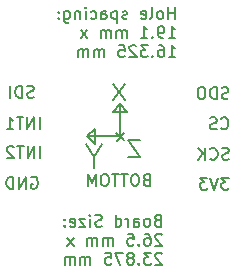
<source format=gbr>
%TF.GenerationSoftware,KiCad,Pcbnew,9.0.2*%
%TF.CreationDate,2025-06-11T13:19:55-07:00*%
%TF.ProjectId,IMU_Breakout,494d555f-4272-4656-916b-6f75742e6b69,0.1*%
%TF.SameCoordinates,Original*%
%TF.FileFunction,Legend,Bot*%
%TF.FilePolarity,Positive*%
%FSLAX46Y46*%
G04 Gerber Fmt 4.6, Leading zero omitted, Abs format (unit mm)*
G04 Created by KiCad (PCBNEW 9.0.2) date 2025-06-11 13:19:55*
%MOMM*%
%LPD*%
G01*
G04 APERTURE LIST*
%ADD10C,0.150000*%
G04 APERTURE END LIST*
D10*
X232529887Y-127946009D02*
X232387030Y-127993628D01*
X232387030Y-127993628D02*
X232339411Y-128041247D01*
X232339411Y-128041247D02*
X232291792Y-128136485D01*
X232291792Y-128136485D02*
X232291792Y-128279342D01*
X232291792Y-128279342D02*
X232339411Y-128374580D01*
X232339411Y-128374580D02*
X232387030Y-128422200D01*
X232387030Y-128422200D02*
X232482268Y-128469819D01*
X232482268Y-128469819D02*
X232863220Y-128469819D01*
X232863220Y-128469819D02*
X232863220Y-127469819D01*
X232863220Y-127469819D02*
X232529887Y-127469819D01*
X232529887Y-127469819D02*
X232434649Y-127517438D01*
X232434649Y-127517438D02*
X232387030Y-127565057D01*
X232387030Y-127565057D02*
X232339411Y-127660295D01*
X232339411Y-127660295D02*
X232339411Y-127755533D01*
X232339411Y-127755533D02*
X232387030Y-127850771D01*
X232387030Y-127850771D02*
X232434649Y-127898390D01*
X232434649Y-127898390D02*
X232529887Y-127946009D01*
X232529887Y-127946009D02*
X232863220Y-127946009D01*
X231672744Y-127469819D02*
X231482268Y-127469819D01*
X231482268Y-127469819D02*
X231387030Y-127517438D01*
X231387030Y-127517438D02*
X231291792Y-127612676D01*
X231291792Y-127612676D02*
X231244173Y-127803152D01*
X231244173Y-127803152D02*
X231244173Y-128136485D01*
X231244173Y-128136485D02*
X231291792Y-128326961D01*
X231291792Y-128326961D02*
X231387030Y-128422200D01*
X231387030Y-128422200D02*
X231482268Y-128469819D01*
X231482268Y-128469819D02*
X231672744Y-128469819D01*
X231672744Y-128469819D02*
X231767982Y-128422200D01*
X231767982Y-128422200D02*
X231863220Y-128326961D01*
X231863220Y-128326961D02*
X231910839Y-128136485D01*
X231910839Y-128136485D02*
X231910839Y-127803152D01*
X231910839Y-127803152D02*
X231863220Y-127612676D01*
X231863220Y-127612676D02*
X231767982Y-127517438D01*
X231767982Y-127517438D02*
X231672744Y-127469819D01*
X230958458Y-127469819D02*
X230387030Y-127469819D01*
X230672744Y-128469819D02*
X230672744Y-127469819D01*
X230196553Y-127469819D02*
X229625125Y-127469819D01*
X229910839Y-128469819D02*
X229910839Y-127469819D01*
X229101315Y-127469819D02*
X228910839Y-127469819D01*
X228910839Y-127469819D02*
X228815601Y-127517438D01*
X228815601Y-127517438D02*
X228720363Y-127612676D01*
X228720363Y-127612676D02*
X228672744Y-127803152D01*
X228672744Y-127803152D02*
X228672744Y-128136485D01*
X228672744Y-128136485D02*
X228720363Y-128326961D01*
X228720363Y-128326961D02*
X228815601Y-128422200D01*
X228815601Y-128422200D02*
X228910839Y-128469819D01*
X228910839Y-128469819D02*
X229101315Y-128469819D01*
X229101315Y-128469819D02*
X229196553Y-128422200D01*
X229196553Y-128422200D02*
X229291791Y-128326961D01*
X229291791Y-128326961D02*
X229339410Y-128136485D01*
X229339410Y-128136485D02*
X229339410Y-127803152D01*
X229339410Y-127803152D02*
X229291791Y-127612676D01*
X229291791Y-127612676D02*
X229196553Y-127517438D01*
X229196553Y-127517438D02*
X229101315Y-127469819D01*
X228244172Y-128469819D02*
X228244172Y-127469819D01*
X228244172Y-127469819D02*
X227910839Y-128184104D01*
X227910839Y-128184104D02*
X227577506Y-127469819D01*
X227577506Y-127469819D02*
X227577506Y-128469819D01*
X228210000Y-123680000D02*
X227510000Y-124280000D01*
X229710000Y-122240000D02*
X230910000Y-122240000D01*
X230310000Y-121540000D02*
X230310000Y-124340000D01*
X229710000Y-122240000D02*
X230310000Y-121540000D01*
X228210000Y-124880000D02*
X227510000Y-124280000D01*
X228210000Y-124880000D02*
X228210000Y-123680000D01*
X227510000Y-124280000D02*
X230310000Y-124280000D01*
X230910000Y-122240000D02*
X230310000Y-121540000D01*
X230610000Y-124620000D02*
X230000000Y-123980000D01*
X230030000Y-124650000D02*
X230630000Y-123960000D01*
X239510839Y-126197200D02*
X239367982Y-126244819D01*
X239367982Y-126244819D02*
X239129887Y-126244819D01*
X239129887Y-126244819D02*
X239034649Y-126197200D01*
X239034649Y-126197200D02*
X238987030Y-126149580D01*
X238987030Y-126149580D02*
X238939411Y-126054342D01*
X238939411Y-126054342D02*
X238939411Y-125959104D01*
X238939411Y-125959104D02*
X238987030Y-125863866D01*
X238987030Y-125863866D02*
X239034649Y-125816247D01*
X239034649Y-125816247D02*
X239129887Y-125768628D01*
X239129887Y-125768628D02*
X239320363Y-125721009D01*
X239320363Y-125721009D02*
X239415601Y-125673390D01*
X239415601Y-125673390D02*
X239463220Y-125625771D01*
X239463220Y-125625771D02*
X239510839Y-125530533D01*
X239510839Y-125530533D02*
X239510839Y-125435295D01*
X239510839Y-125435295D02*
X239463220Y-125340057D01*
X239463220Y-125340057D02*
X239415601Y-125292438D01*
X239415601Y-125292438D02*
X239320363Y-125244819D01*
X239320363Y-125244819D02*
X239082268Y-125244819D01*
X239082268Y-125244819D02*
X238939411Y-125292438D01*
X237939411Y-126149580D02*
X237987030Y-126197200D01*
X237987030Y-126197200D02*
X238129887Y-126244819D01*
X238129887Y-126244819D02*
X238225125Y-126244819D01*
X238225125Y-126244819D02*
X238367982Y-126197200D01*
X238367982Y-126197200D02*
X238463220Y-126101961D01*
X238463220Y-126101961D02*
X238510839Y-126006723D01*
X238510839Y-126006723D02*
X238558458Y-125816247D01*
X238558458Y-125816247D02*
X238558458Y-125673390D01*
X238558458Y-125673390D02*
X238510839Y-125482914D01*
X238510839Y-125482914D02*
X238463220Y-125387676D01*
X238463220Y-125387676D02*
X238367982Y-125292438D01*
X238367982Y-125292438D02*
X238225125Y-125244819D01*
X238225125Y-125244819D02*
X238129887Y-125244819D01*
X238129887Y-125244819D02*
X237987030Y-125292438D01*
X237987030Y-125292438D02*
X237939411Y-125340057D01*
X237510839Y-126244819D02*
X237510839Y-125244819D01*
X236939411Y-126244819D02*
X237367982Y-125673390D01*
X236939411Y-125244819D02*
X237510839Y-125816247D01*
X239485839Y-121047200D02*
X239342982Y-121094819D01*
X239342982Y-121094819D02*
X239104887Y-121094819D01*
X239104887Y-121094819D02*
X239009649Y-121047200D01*
X239009649Y-121047200D02*
X238962030Y-120999580D01*
X238962030Y-120999580D02*
X238914411Y-120904342D01*
X238914411Y-120904342D02*
X238914411Y-120809104D01*
X238914411Y-120809104D02*
X238962030Y-120713866D01*
X238962030Y-120713866D02*
X239009649Y-120666247D01*
X239009649Y-120666247D02*
X239104887Y-120618628D01*
X239104887Y-120618628D02*
X239295363Y-120571009D01*
X239295363Y-120571009D02*
X239390601Y-120523390D01*
X239390601Y-120523390D02*
X239438220Y-120475771D01*
X239438220Y-120475771D02*
X239485839Y-120380533D01*
X239485839Y-120380533D02*
X239485839Y-120285295D01*
X239485839Y-120285295D02*
X239438220Y-120190057D01*
X239438220Y-120190057D02*
X239390601Y-120142438D01*
X239390601Y-120142438D02*
X239295363Y-120094819D01*
X239295363Y-120094819D02*
X239057268Y-120094819D01*
X239057268Y-120094819D02*
X238914411Y-120142438D01*
X238485839Y-121094819D02*
X238485839Y-120094819D01*
X238485839Y-120094819D02*
X238247744Y-120094819D01*
X238247744Y-120094819D02*
X238104887Y-120142438D01*
X238104887Y-120142438D02*
X238009649Y-120237676D01*
X238009649Y-120237676D02*
X237962030Y-120332914D01*
X237962030Y-120332914D02*
X237914411Y-120523390D01*
X237914411Y-120523390D02*
X237914411Y-120666247D01*
X237914411Y-120666247D02*
X237962030Y-120856723D01*
X237962030Y-120856723D02*
X238009649Y-120951961D01*
X238009649Y-120951961D02*
X238104887Y-121047200D01*
X238104887Y-121047200D02*
X238247744Y-121094819D01*
X238247744Y-121094819D02*
X238485839Y-121094819D01*
X237295363Y-120094819D02*
X237104887Y-120094819D01*
X237104887Y-120094819D02*
X237009649Y-120142438D01*
X237009649Y-120142438D02*
X236914411Y-120237676D01*
X236914411Y-120237676D02*
X236866792Y-120428152D01*
X236866792Y-120428152D02*
X236866792Y-120761485D01*
X236866792Y-120761485D02*
X236914411Y-120951961D01*
X236914411Y-120951961D02*
X237009649Y-121047200D01*
X237009649Y-121047200D02*
X237104887Y-121094819D01*
X237104887Y-121094819D02*
X237295363Y-121094819D01*
X237295363Y-121094819D02*
X237390601Y-121047200D01*
X237390601Y-121047200D02*
X237485839Y-120951961D01*
X237485839Y-120951961D02*
X237533458Y-120761485D01*
X237533458Y-120761485D02*
X237533458Y-120428152D01*
X237533458Y-120428152D02*
X237485839Y-120237676D01*
X237485839Y-120237676D02*
X237390601Y-120142438D01*
X237390601Y-120142438D02*
X237295363Y-120094819D01*
X238866792Y-123574580D02*
X238914411Y-123622200D01*
X238914411Y-123622200D02*
X239057268Y-123669819D01*
X239057268Y-123669819D02*
X239152506Y-123669819D01*
X239152506Y-123669819D02*
X239295363Y-123622200D01*
X239295363Y-123622200D02*
X239390601Y-123526961D01*
X239390601Y-123526961D02*
X239438220Y-123431723D01*
X239438220Y-123431723D02*
X239485839Y-123241247D01*
X239485839Y-123241247D02*
X239485839Y-123098390D01*
X239485839Y-123098390D02*
X239438220Y-122907914D01*
X239438220Y-122907914D02*
X239390601Y-122812676D01*
X239390601Y-122812676D02*
X239295363Y-122717438D01*
X239295363Y-122717438D02*
X239152506Y-122669819D01*
X239152506Y-122669819D02*
X239057268Y-122669819D01*
X239057268Y-122669819D02*
X238914411Y-122717438D01*
X238914411Y-122717438D02*
X238866792Y-122765057D01*
X238485839Y-123622200D02*
X238342982Y-123669819D01*
X238342982Y-123669819D02*
X238104887Y-123669819D01*
X238104887Y-123669819D02*
X238009649Y-123622200D01*
X238009649Y-123622200D02*
X237962030Y-123574580D01*
X237962030Y-123574580D02*
X237914411Y-123479342D01*
X237914411Y-123479342D02*
X237914411Y-123384104D01*
X237914411Y-123384104D02*
X237962030Y-123288866D01*
X237962030Y-123288866D02*
X238009649Y-123241247D01*
X238009649Y-123241247D02*
X238104887Y-123193628D01*
X238104887Y-123193628D02*
X238295363Y-123146009D01*
X238295363Y-123146009D02*
X238390601Y-123098390D01*
X238390601Y-123098390D02*
X238438220Y-123050771D01*
X238438220Y-123050771D02*
X238485839Y-122955533D01*
X238485839Y-122955533D02*
X238485839Y-122860295D01*
X238485839Y-122860295D02*
X238438220Y-122765057D01*
X238438220Y-122765057D02*
X238390601Y-122717438D01*
X238390601Y-122717438D02*
X238295363Y-122669819D01*
X238295363Y-122669819D02*
X238057268Y-122669819D01*
X238057268Y-122669819D02*
X237914411Y-122717438D01*
X234953220Y-114319931D02*
X234953220Y-113319931D01*
X234953220Y-113796121D02*
X234381792Y-113796121D01*
X234381792Y-114319931D02*
X234381792Y-113319931D01*
X233762744Y-114319931D02*
X233857982Y-114272312D01*
X233857982Y-114272312D02*
X233905601Y-114224692D01*
X233905601Y-114224692D02*
X233953220Y-114129454D01*
X233953220Y-114129454D02*
X233953220Y-113843740D01*
X233953220Y-113843740D02*
X233905601Y-113748502D01*
X233905601Y-113748502D02*
X233857982Y-113700883D01*
X233857982Y-113700883D02*
X233762744Y-113653264D01*
X233762744Y-113653264D02*
X233619887Y-113653264D01*
X233619887Y-113653264D02*
X233524649Y-113700883D01*
X233524649Y-113700883D02*
X233477030Y-113748502D01*
X233477030Y-113748502D02*
X233429411Y-113843740D01*
X233429411Y-113843740D02*
X233429411Y-114129454D01*
X233429411Y-114129454D02*
X233477030Y-114224692D01*
X233477030Y-114224692D02*
X233524649Y-114272312D01*
X233524649Y-114272312D02*
X233619887Y-114319931D01*
X233619887Y-114319931D02*
X233762744Y-114319931D01*
X232857982Y-114319931D02*
X232953220Y-114272312D01*
X232953220Y-114272312D02*
X233000839Y-114177073D01*
X233000839Y-114177073D02*
X233000839Y-113319931D01*
X232096077Y-114272312D02*
X232191315Y-114319931D01*
X232191315Y-114319931D02*
X232381791Y-114319931D01*
X232381791Y-114319931D02*
X232477029Y-114272312D01*
X232477029Y-114272312D02*
X232524648Y-114177073D01*
X232524648Y-114177073D02*
X232524648Y-113796121D01*
X232524648Y-113796121D02*
X232477029Y-113700883D01*
X232477029Y-113700883D02*
X232381791Y-113653264D01*
X232381791Y-113653264D02*
X232191315Y-113653264D01*
X232191315Y-113653264D02*
X232096077Y-113700883D01*
X232096077Y-113700883D02*
X232048458Y-113796121D01*
X232048458Y-113796121D02*
X232048458Y-113891359D01*
X232048458Y-113891359D02*
X232524648Y-113986597D01*
X230905600Y-114272312D02*
X230810362Y-114319931D01*
X230810362Y-114319931D02*
X230619886Y-114319931D01*
X230619886Y-114319931D02*
X230524648Y-114272312D01*
X230524648Y-114272312D02*
X230477029Y-114177073D01*
X230477029Y-114177073D02*
X230477029Y-114129454D01*
X230477029Y-114129454D02*
X230524648Y-114034216D01*
X230524648Y-114034216D02*
X230619886Y-113986597D01*
X230619886Y-113986597D02*
X230762743Y-113986597D01*
X230762743Y-113986597D02*
X230857981Y-113938978D01*
X230857981Y-113938978D02*
X230905600Y-113843740D01*
X230905600Y-113843740D02*
X230905600Y-113796121D01*
X230905600Y-113796121D02*
X230857981Y-113700883D01*
X230857981Y-113700883D02*
X230762743Y-113653264D01*
X230762743Y-113653264D02*
X230619886Y-113653264D01*
X230619886Y-113653264D02*
X230524648Y-113700883D01*
X230048457Y-113653264D02*
X230048457Y-114653264D01*
X230048457Y-113700883D02*
X229953219Y-113653264D01*
X229953219Y-113653264D02*
X229762743Y-113653264D01*
X229762743Y-113653264D02*
X229667505Y-113700883D01*
X229667505Y-113700883D02*
X229619886Y-113748502D01*
X229619886Y-113748502D02*
X229572267Y-113843740D01*
X229572267Y-113843740D02*
X229572267Y-114129454D01*
X229572267Y-114129454D02*
X229619886Y-114224692D01*
X229619886Y-114224692D02*
X229667505Y-114272312D01*
X229667505Y-114272312D02*
X229762743Y-114319931D01*
X229762743Y-114319931D02*
X229953219Y-114319931D01*
X229953219Y-114319931D02*
X230048457Y-114272312D01*
X228715124Y-114319931D02*
X228715124Y-113796121D01*
X228715124Y-113796121D02*
X228762743Y-113700883D01*
X228762743Y-113700883D02*
X228857981Y-113653264D01*
X228857981Y-113653264D02*
X229048457Y-113653264D01*
X229048457Y-113653264D02*
X229143695Y-113700883D01*
X228715124Y-114272312D02*
X228810362Y-114319931D01*
X228810362Y-114319931D02*
X229048457Y-114319931D01*
X229048457Y-114319931D02*
X229143695Y-114272312D01*
X229143695Y-114272312D02*
X229191314Y-114177073D01*
X229191314Y-114177073D02*
X229191314Y-114081835D01*
X229191314Y-114081835D02*
X229143695Y-113986597D01*
X229143695Y-113986597D02*
X229048457Y-113938978D01*
X229048457Y-113938978D02*
X228810362Y-113938978D01*
X228810362Y-113938978D02*
X228715124Y-113891359D01*
X227810362Y-114272312D02*
X227905600Y-114319931D01*
X227905600Y-114319931D02*
X228096076Y-114319931D01*
X228096076Y-114319931D02*
X228191314Y-114272312D01*
X228191314Y-114272312D02*
X228238933Y-114224692D01*
X228238933Y-114224692D02*
X228286552Y-114129454D01*
X228286552Y-114129454D02*
X228286552Y-113843740D01*
X228286552Y-113843740D02*
X228238933Y-113748502D01*
X228238933Y-113748502D02*
X228191314Y-113700883D01*
X228191314Y-113700883D02*
X228096076Y-113653264D01*
X228096076Y-113653264D02*
X227905600Y-113653264D01*
X227905600Y-113653264D02*
X227810362Y-113700883D01*
X227381790Y-114319931D02*
X227381790Y-113653264D01*
X227381790Y-113319931D02*
X227429409Y-113367550D01*
X227429409Y-113367550D02*
X227381790Y-113415169D01*
X227381790Y-113415169D02*
X227334171Y-113367550D01*
X227334171Y-113367550D02*
X227381790Y-113319931D01*
X227381790Y-113319931D02*
X227381790Y-113415169D01*
X226905600Y-113653264D02*
X226905600Y-114319931D01*
X226905600Y-113748502D02*
X226857981Y-113700883D01*
X226857981Y-113700883D02*
X226762743Y-113653264D01*
X226762743Y-113653264D02*
X226619886Y-113653264D01*
X226619886Y-113653264D02*
X226524648Y-113700883D01*
X226524648Y-113700883D02*
X226477029Y-113796121D01*
X226477029Y-113796121D02*
X226477029Y-114319931D01*
X225572267Y-113653264D02*
X225572267Y-114462788D01*
X225572267Y-114462788D02*
X225619886Y-114558026D01*
X225619886Y-114558026D02*
X225667505Y-114605645D01*
X225667505Y-114605645D02*
X225762743Y-114653264D01*
X225762743Y-114653264D02*
X225905600Y-114653264D01*
X225905600Y-114653264D02*
X226000838Y-114605645D01*
X225572267Y-114272312D02*
X225667505Y-114319931D01*
X225667505Y-114319931D02*
X225857981Y-114319931D01*
X225857981Y-114319931D02*
X225953219Y-114272312D01*
X225953219Y-114272312D02*
X226000838Y-114224692D01*
X226000838Y-114224692D02*
X226048457Y-114129454D01*
X226048457Y-114129454D02*
X226048457Y-113843740D01*
X226048457Y-113843740D02*
X226000838Y-113748502D01*
X226000838Y-113748502D02*
X225953219Y-113700883D01*
X225953219Y-113700883D02*
X225857981Y-113653264D01*
X225857981Y-113653264D02*
X225667505Y-113653264D01*
X225667505Y-113653264D02*
X225572267Y-113700883D01*
X225096076Y-114224692D02*
X225048457Y-114272312D01*
X225048457Y-114272312D02*
X225096076Y-114319931D01*
X225096076Y-114319931D02*
X225143695Y-114272312D01*
X225143695Y-114272312D02*
X225096076Y-114224692D01*
X225096076Y-114224692D02*
X225096076Y-114319931D01*
X225096076Y-113700883D02*
X225048457Y-113748502D01*
X225048457Y-113748502D02*
X225096076Y-113796121D01*
X225096076Y-113796121D02*
X225143695Y-113748502D01*
X225143695Y-113748502D02*
X225096076Y-113700883D01*
X225096076Y-113700883D02*
X225096076Y-113796121D01*
X234429411Y-115929875D02*
X235000839Y-115929875D01*
X234715125Y-115929875D02*
X234715125Y-114929875D01*
X234715125Y-114929875D02*
X234810363Y-115072732D01*
X234810363Y-115072732D02*
X234905601Y-115167970D01*
X234905601Y-115167970D02*
X235000839Y-115215589D01*
X233953220Y-115929875D02*
X233762744Y-115929875D01*
X233762744Y-115929875D02*
X233667506Y-115882256D01*
X233667506Y-115882256D02*
X233619887Y-115834636D01*
X233619887Y-115834636D02*
X233524649Y-115691779D01*
X233524649Y-115691779D02*
X233477030Y-115501303D01*
X233477030Y-115501303D02*
X233477030Y-115120351D01*
X233477030Y-115120351D02*
X233524649Y-115025113D01*
X233524649Y-115025113D02*
X233572268Y-114977494D01*
X233572268Y-114977494D02*
X233667506Y-114929875D01*
X233667506Y-114929875D02*
X233857982Y-114929875D01*
X233857982Y-114929875D02*
X233953220Y-114977494D01*
X233953220Y-114977494D02*
X234000839Y-115025113D01*
X234000839Y-115025113D02*
X234048458Y-115120351D01*
X234048458Y-115120351D02*
X234048458Y-115358446D01*
X234048458Y-115358446D02*
X234000839Y-115453684D01*
X234000839Y-115453684D02*
X233953220Y-115501303D01*
X233953220Y-115501303D02*
X233857982Y-115548922D01*
X233857982Y-115548922D02*
X233667506Y-115548922D01*
X233667506Y-115548922D02*
X233572268Y-115501303D01*
X233572268Y-115501303D02*
X233524649Y-115453684D01*
X233524649Y-115453684D02*
X233477030Y-115358446D01*
X233048458Y-115834636D02*
X233000839Y-115882256D01*
X233000839Y-115882256D02*
X233048458Y-115929875D01*
X233048458Y-115929875D02*
X233096077Y-115882256D01*
X233096077Y-115882256D02*
X233048458Y-115834636D01*
X233048458Y-115834636D02*
X233048458Y-115929875D01*
X232048459Y-115929875D02*
X232619887Y-115929875D01*
X232334173Y-115929875D02*
X232334173Y-114929875D01*
X232334173Y-114929875D02*
X232429411Y-115072732D01*
X232429411Y-115072732D02*
X232524649Y-115167970D01*
X232524649Y-115167970D02*
X232619887Y-115215589D01*
X230857982Y-115929875D02*
X230857982Y-115263208D01*
X230857982Y-115358446D02*
X230810363Y-115310827D01*
X230810363Y-115310827D02*
X230715125Y-115263208D01*
X230715125Y-115263208D02*
X230572268Y-115263208D01*
X230572268Y-115263208D02*
X230477030Y-115310827D01*
X230477030Y-115310827D02*
X230429411Y-115406065D01*
X230429411Y-115406065D02*
X230429411Y-115929875D01*
X230429411Y-115406065D02*
X230381792Y-115310827D01*
X230381792Y-115310827D02*
X230286554Y-115263208D01*
X230286554Y-115263208D02*
X230143697Y-115263208D01*
X230143697Y-115263208D02*
X230048458Y-115310827D01*
X230048458Y-115310827D02*
X230000839Y-115406065D01*
X230000839Y-115406065D02*
X230000839Y-115929875D01*
X229524649Y-115929875D02*
X229524649Y-115263208D01*
X229524649Y-115358446D02*
X229477030Y-115310827D01*
X229477030Y-115310827D02*
X229381792Y-115263208D01*
X229381792Y-115263208D02*
X229238935Y-115263208D01*
X229238935Y-115263208D02*
X229143697Y-115310827D01*
X229143697Y-115310827D02*
X229096078Y-115406065D01*
X229096078Y-115406065D02*
X229096078Y-115929875D01*
X229096078Y-115406065D02*
X229048459Y-115310827D01*
X229048459Y-115310827D02*
X228953221Y-115263208D01*
X228953221Y-115263208D02*
X228810364Y-115263208D01*
X228810364Y-115263208D02*
X228715125Y-115310827D01*
X228715125Y-115310827D02*
X228667506Y-115406065D01*
X228667506Y-115406065D02*
X228667506Y-115929875D01*
X227524649Y-115929875D02*
X227000840Y-115263208D01*
X227524649Y-115263208D02*
X227000840Y-115929875D01*
X234429411Y-117539819D02*
X235000839Y-117539819D01*
X234715125Y-117539819D02*
X234715125Y-116539819D01*
X234715125Y-116539819D02*
X234810363Y-116682676D01*
X234810363Y-116682676D02*
X234905601Y-116777914D01*
X234905601Y-116777914D02*
X235000839Y-116825533D01*
X233572268Y-116539819D02*
X233762744Y-116539819D01*
X233762744Y-116539819D02*
X233857982Y-116587438D01*
X233857982Y-116587438D02*
X233905601Y-116635057D01*
X233905601Y-116635057D02*
X234000839Y-116777914D01*
X234000839Y-116777914D02*
X234048458Y-116968390D01*
X234048458Y-116968390D02*
X234048458Y-117349342D01*
X234048458Y-117349342D02*
X234000839Y-117444580D01*
X234000839Y-117444580D02*
X233953220Y-117492200D01*
X233953220Y-117492200D02*
X233857982Y-117539819D01*
X233857982Y-117539819D02*
X233667506Y-117539819D01*
X233667506Y-117539819D02*
X233572268Y-117492200D01*
X233572268Y-117492200D02*
X233524649Y-117444580D01*
X233524649Y-117444580D02*
X233477030Y-117349342D01*
X233477030Y-117349342D02*
X233477030Y-117111247D01*
X233477030Y-117111247D02*
X233524649Y-117016009D01*
X233524649Y-117016009D02*
X233572268Y-116968390D01*
X233572268Y-116968390D02*
X233667506Y-116920771D01*
X233667506Y-116920771D02*
X233857982Y-116920771D01*
X233857982Y-116920771D02*
X233953220Y-116968390D01*
X233953220Y-116968390D02*
X234000839Y-117016009D01*
X234000839Y-117016009D02*
X234048458Y-117111247D01*
X233048458Y-117444580D02*
X233000839Y-117492200D01*
X233000839Y-117492200D02*
X233048458Y-117539819D01*
X233048458Y-117539819D02*
X233096077Y-117492200D01*
X233096077Y-117492200D02*
X233048458Y-117444580D01*
X233048458Y-117444580D02*
X233048458Y-117539819D01*
X232667506Y-116539819D02*
X232048459Y-116539819D01*
X232048459Y-116539819D02*
X232381792Y-116920771D01*
X232381792Y-116920771D02*
X232238935Y-116920771D01*
X232238935Y-116920771D02*
X232143697Y-116968390D01*
X232143697Y-116968390D02*
X232096078Y-117016009D01*
X232096078Y-117016009D02*
X232048459Y-117111247D01*
X232048459Y-117111247D02*
X232048459Y-117349342D01*
X232048459Y-117349342D02*
X232096078Y-117444580D01*
X232096078Y-117444580D02*
X232143697Y-117492200D01*
X232143697Y-117492200D02*
X232238935Y-117539819D01*
X232238935Y-117539819D02*
X232524649Y-117539819D01*
X232524649Y-117539819D02*
X232619887Y-117492200D01*
X232619887Y-117492200D02*
X232667506Y-117444580D01*
X231667506Y-116635057D02*
X231619887Y-116587438D01*
X231619887Y-116587438D02*
X231524649Y-116539819D01*
X231524649Y-116539819D02*
X231286554Y-116539819D01*
X231286554Y-116539819D02*
X231191316Y-116587438D01*
X231191316Y-116587438D02*
X231143697Y-116635057D01*
X231143697Y-116635057D02*
X231096078Y-116730295D01*
X231096078Y-116730295D02*
X231096078Y-116825533D01*
X231096078Y-116825533D02*
X231143697Y-116968390D01*
X231143697Y-116968390D02*
X231715125Y-117539819D01*
X231715125Y-117539819D02*
X231096078Y-117539819D01*
X230191316Y-116539819D02*
X230667506Y-116539819D01*
X230667506Y-116539819D02*
X230715125Y-117016009D01*
X230715125Y-117016009D02*
X230667506Y-116968390D01*
X230667506Y-116968390D02*
X230572268Y-116920771D01*
X230572268Y-116920771D02*
X230334173Y-116920771D01*
X230334173Y-116920771D02*
X230238935Y-116968390D01*
X230238935Y-116968390D02*
X230191316Y-117016009D01*
X230191316Y-117016009D02*
X230143697Y-117111247D01*
X230143697Y-117111247D02*
X230143697Y-117349342D01*
X230143697Y-117349342D02*
X230191316Y-117444580D01*
X230191316Y-117444580D02*
X230238935Y-117492200D01*
X230238935Y-117492200D02*
X230334173Y-117539819D01*
X230334173Y-117539819D02*
X230572268Y-117539819D01*
X230572268Y-117539819D02*
X230667506Y-117492200D01*
X230667506Y-117492200D02*
X230715125Y-117444580D01*
X228953220Y-117539819D02*
X228953220Y-116873152D01*
X228953220Y-116968390D02*
X228905601Y-116920771D01*
X228905601Y-116920771D02*
X228810363Y-116873152D01*
X228810363Y-116873152D02*
X228667506Y-116873152D01*
X228667506Y-116873152D02*
X228572268Y-116920771D01*
X228572268Y-116920771D02*
X228524649Y-117016009D01*
X228524649Y-117016009D02*
X228524649Y-117539819D01*
X228524649Y-117016009D02*
X228477030Y-116920771D01*
X228477030Y-116920771D02*
X228381792Y-116873152D01*
X228381792Y-116873152D02*
X228238935Y-116873152D01*
X228238935Y-116873152D02*
X228143696Y-116920771D01*
X228143696Y-116920771D02*
X228096077Y-117016009D01*
X228096077Y-117016009D02*
X228096077Y-117539819D01*
X227619887Y-117539819D02*
X227619887Y-116873152D01*
X227619887Y-116968390D02*
X227572268Y-116920771D01*
X227572268Y-116920771D02*
X227477030Y-116873152D01*
X227477030Y-116873152D02*
X227334173Y-116873152D01*
X227334173Y-116873152D02*
X227238935Y-116920771D01*
X227238935Y-116920771D02*
X227191316Y-117016009D01*
X227191316Y-117016009D02*
X227191316Y-117539819D01*
X227191316Y-117016009D02*
X227143697Y-116920771D01*
X227143697Y-116920771D02*
X227048459Y-116873152D01*
X227048459Y-116873152D02*
X226905602Y-116873152D01*
X226905602Y-116873152D02*
X226810363Y-116920771D01*
X226810363Y-116920771D02*
X226762744Y-117016009D01*
X226762744Y-117016009D02*
X226762744Y-117539819D01*
X223008457Y-120947200D02*
X222865600Y-120994819D01*
X222865600Y-120994819D02*
X222627505Y-120994819D01*
X222627505Y-120994819D02*
X222532267Y-120947200D01*
X222532267Y-120947200D02*
X222484648Y-120899580D01*
X222484648Y-120899580D02*
X222437029Y-120804342D01*
X222437029Y-120804342D02*
X222437029Y-120709104D01*
X222437029Y-120709104D02*
X222484648Y-120613866D01*
X222484648Y-120613866D02*
X222532267Y-120566247D01*
X222532267Y-120566247D02*
X222627505Y-120518628D01*
X222627505Y-120518628D02*
X222817981Y-120471009D01*
X222817981Y-120471009D02*
X222913219Y-120423390D01*
X222913219Y-120423390D02*
X222960838Y-120375771D01*
X222960838Y-120375771D02*
X223008457Y-120280533D01*
X223008457Y-120280533D02*
X223008457Y-120185295D01*
X223008457Y-120185295D02*
X222960838Y-120090057D01*
X222960838Y-120090057D02*
X222913219Y-120042438D01*
X222913219Y-120042438D02*
X222817981Y-119994819D01*
X222817981Y-119994819D02*
X222579886Y-119994819D01*
X222579886Y-119994819D02*
X222437029Y-120042438D01*
X222008457Y-120994819D02*
X222008457Y-119994819D01*
X222008457Y-119994819D02*
X221770362Y-119994819D01*
X221770362Y-119994819D02*
X221627505Y-120042438D01*
X221627505Y-120042438D02*
X221532267Y-120137676D01*
X221532267Y-120137676D02*
X221484648Y-120232914D01*
X221484648Y-120232914D02*
X221437029Y-120423390D01*
X221437029Y-120423390D02*
X221437029Y-120566247D01*
X221437029Y-120566247D02*
X221484648Y-120756723D01*
X221484648Y-120756723D02*
X221532267Y-120851961D01*
X221532267Y-120851961D02*
X221627505Y-120947200D01*
X221627505Y-120947200D02*
X221770362Y-120994819D01*
X221770362Y-120994819D02*
X222008457Y-120994819D01*
X221008457Y-120994819D02*
X221008457Y-119994819D01*
X223510838Y-123669819D02*
X223510838Y-122669819D01*
X223034648Y-123669819D02*
X223034648Y-122669819D01*
X223034648Y-122669819D02*
X222463220Y-123669819D01*
X222463220Y-123669819D02*
X222463220Y-122669819D01*
X222129886Y-122669819D02*
X221558458Y-122669819D01*
X221844172Y-123669819D02*
X221844172Y-122669819D01*
X220701315Y-123669819D02*
X221272743Y-123669819D01*
X220987029Y-123669819D02*
X220987029Y-122669819D01*
X220987029Y-122669819D02*
X221082267Y-122812676D01*
X221082267Y-122812676D02*
X221177505Y-122907914D01*
X221177505Y-122907914D02*
X221272743Y-122955533D01*
X228084173Y-125985057D02*
X228084173Y-126937438D01*
X228750839Y-124937438D02*
X228084173Y-125985057D01*
X228084173Y-125985057D02*
X227417506Y-124937438D01*
X239508458Y-127769819D02*
X238889411Y-127769819D01*
X238889411Y-127769819D02*
X239222744Y-128150771D01*
X239222744Y-128150771D02*
X239079887Y-128150771D01*
X239079887Y-128150771D02*
X238984649Y-128198390D01*
X238984649Y-128198390D02*
X238937030Y-128246009D01*
X238937030Y-128246009D02*
X238889411Y-128341247D01*
X238889411Y-128341247D02*
X238889411Y-128579342D01*
X238889411Y-128579342D02*
X238937030Y-128674580D01*
X238937030Y-128674580D02*
X238984649Y-128722200D01*
X238984649Y-128722200D02*
X239079887Y-128769819D01*
X239079887Y-128769819D02*
X239365601Y-128769819D01*
X239365601Y-128769819D02*
X239460839Y-128722200D01*
X239460839Y-128722200D02*
X239508458Y-128674580D01*
X238603696Y-127769819D02*
X238270363Y-128769819D01*
X238270363Y-128769819D02*
X237937030Y-127769819D01*
X237698934Y-127769819D02*
X237079887Y-127769819D01*
X237079887Y-127769819D02*
X237413220Y-128150771D01*
X237413220Y-128150771D02*
X237270363Y-128150771D01*
X237270363Y-128150771D02*
X237175125Y-128198390D01*
X237175125Y-128198390D02*
X237127506Y-128246009D01*
X237127506Y-128246009D02*
X237079887Y-128341247D01*
X237079887Y-128341247D02*
X237079887Y-128579342D01*
X237079887Y-128579342D02*
X237127506Y-128674580D01*
X237127506Y-128674580D02*
X237175125Y-128722200D01*
X237175125Y-128722200D02*
X237270363Y-128769819D01*
X237270363Y-128769819D02*
X237556077Y-128769819D01*
X237556077Y-128769819D02*
X237651315Y-128722200D01*
X237651315Y-128722200D02*
X237698934Y-128674580D01*
X230725601Y-121162438D02*
X229677982Y-119829104D01*
X230725601Y-119829104D02*
X229677982Y-121162438D01*
X223535838Y-126094819D02*
X223535838Y-125094819D01*
X223059648Y-126094819D02*
X223059648Y-125094819D01*
X223059648Y-125094819D02*
X222488220Y-126094819D01*
X222488220Y-126094819D02*
X222488220Y-125094819D01*
X222154886Y-125094819D02*
X221583458Y-125094819D01*
X221869172Y-126094819D02*
X221869172Y-125094819D01*
X221297743Y-125190057D02*
X221250124Y-125142438D01*
X221250124Y-125142438D02*
X221154886Y-125094819D01*
X221154886Y-125094819D02*
X220916791Y-125094819D01*
X220916791Y-125094819D02*
X220821553Y-125142438D01*
X220821553Y-125142438D02*
X220773934Y-125190057D01*
X220773934Y-125190057D02*
X220726315Y-125285295D01*
X220726315Y-125285295D02*
X220726315Y-125380533D01*
X220726315Y-125380533D02*
X220773934Y-125523390D01*
X220773934Y-125523390D02*
X221345362Y-126094819D01*
X221345362Y-126094819D02*
X220726315Y-126094819D01*
X222787029Y-127742438D02*
X222882267Y-127694819D01*
X222882267Y-127694819D02*
X223025124Y-127694819D01*
X223025124Y-127694819D02*
X223167981Y-127742438D01*
X223167981Y-127742438D02*
X223263219Y-127837676D01*
X223263219Y-127837676D02*
X223310838Y-127932914D01*
X223310838Y-127932914D02*
X223358457Y-128123390D01*
X223358457Y-128123390D02*
X223358457Y-128266247D01*
X223358457Y-128266247D02*
X223310838Y-128456723D01*
X223310838Y-128456723D02*
X223263219Y-128551961D01*
X223263219Y-128551961D02*
X223167981Y-128647200D01*
X223167981Y-128647200D02*
X223025124Y-128694819D01*
X223025124Y-128694819D02*
X222929886Y-128694819D01*
X222929886Y-128694819D02*
X222787029Y-128647200D01*
X222787029Y-128647200D02*
X222739410Y-128599580D01*
X222739410Y-128599580D02*
X222739410Y-128266247D01*
X222739410Y-128266247D02*
X222929886Y-128266247D01*
X222310838Y-128694819D02*
X222310838Y-127694819D01*
X222310838Y-127694819D02*
X221739410Y-128694819D01*
X221739410Y-128694819D02*
X221739410Y-127694819D01*
X221263219Y-128694819D02*
X221263219Y-127694819D01*
X221263219Y-127694819D02*
X221025124Y-127694819D01*
X221025124Y-127694819D02*
X220882267Y-127742438D01*
X220882267Y-127742438D02*
X220787029Y-127837676D01*
X220787029Y-127837676D02*
X220739410Y-127932914D01*
X220739410Y-127932914D02*
X220691791Y-128123390D01*
X220691791Y-128123390D02*
X220691791Y-128266247D01*
X220691791Y-128266247D02*
X220739410Y-128456723D01*
X220739410Y-128456723D02*
X220787029Y-128551961D01*
X220787029Y-128551961D02*
X220882267Y-128647200D01*
X220882267Y-128647200D02*
X221025124Y-128694819D01*
X221025124Y-128694819D02*
X221263219Y-128694819D01*
X231957030Y-124548628D02*
X230957030Y-124548628D01*
X230957030Y-124548628D02*
X231957030Y-126048628D01*
X231957030Y-126048628D02*
X230957030Y-126048628D01*
X233469887Y-131386121D02*
X233327030Y-131433740D01*
X233327030Y-131433740D02*
X233279411Y-131481359D01*
X233279411Y-131481359D02*
X233231792Y-131576597D01*
X233231792Y-131576597D02*
X233231792Y-131719454D01*
X233231792Y-131719454D02*
X233279411Y-131814692D01*
X233279411Y-131814692D02*
X233327030Y-131862312D01*
X233327030Y-131862312D02*
X233422268Y-131909931D01*
X233422268Y-131909931D02*
X233803220Y-131909931D01*
X233803220Y-131909931D02*
X233803220Y-130909931D01*
X233803220Y-130909931D02*
X233469887Y-130909931D01*
X233469887Y-130909931D02*
X233374649Y-130957550D01*
X233374649Y-130957550D02*
X233327030Y-131005169D01*
X233327030Y-131005169D02*
X233279411Y-131100407D01*
X233279411Y-131100407D02*
X233279411Y-131195645D01*
X233279411Y-131195645D02*
X233327030Y-131290883D01*
X233327030Y-131290883D02*
X233374649Y-131338502D01*
X233374649Y-131338502D02*
X233469887Y-131386121D01*
X233469887Y-131386121D02*
X233803220Y-131386121D01*
X232660363Y-131909931D02*
X232755601Y-131862312D01*
X232755601Y-131862312D02*
X232803220Y-131814692D01*
X232803220Y-131814692D02*
X232850839Y-131719454D01*
X232850839Y-131719454D02*
X232850839Y-131433740D01*
X232850839Y-131433740D02*
X232803220Y-131338502D01*
X232803220Y-131338502D02*
X232755601Y-131290883D01*
X232755601Y-131290883D02*
X232660363Y-131243264D01*
X232660363Y-131243264D02*
X232517506Y-131243264D01*
X232517506Y-131243264D02*
X232422268Y-131290883D01*
X232422268Y-131290883D02*
X232374649Y-131338502D01*
X232374649Y-131338502D02*
X232327030Y-131433740D01*
X232327030Y-131433740D02*
X232327030Y-131719454D01*
X232327030Y-131719454D02*
X232374649Y-131814692D01*
X232374649Y-131814692D02*
X232422268Y-131862312D01*
X232422268Y-131862312D02*
X232517506Y-131909931D01*
X232517506Y-131909931D02*
X232660363Y-131909931D01*
X231469887Y-131909931D02*
X231469887Y-131386121D01*
X231469887Y-131386121D02*
X231517506Y-131290883D01*
X231517506Y-131290883D02*
X231612744Y-131243264D01*
X231612744Y-131243264D02*
X231803220Y-131243264D01*
X231803220Y-131243264D02*
X231898458Y-131290883D01*
X231469887Y-131862312D02*
X231565125Y-131909931D01*
X231565125Y-131909931D02*
X231803220Y-131909931D01*
X231803220Y-131909931D02*
X231898458Y-131862312D01*
X231898458Y-131862312D02*
X231946077Y-131767073D01*
X231946077Y-131767073D02*
X231946077Y-131671835D01*
X231946077Y-131671835D02*
X231898458Y-131576597D01*
X231898458Y-131576597D02*
X231803220Y-131528978D01*
X231803220Y-131528978D02*
X231565125Y-131528978D01*
X231565125Y-131528978D02*
X231469887Y-131481359D01*
X230993696Y-131909931D02*
X230993696Y-131243264D01*
X230993696Y-131433740D02*
X230946077Y-131338502D01*
X230946077Y-131338502D02*
X230898458Y-131290883D01*
X230898458Y-131290883D02*
X230803220Y-131243264D01*
X230803220Y-131243264D02*
X230707982Y-131243264D01*
X229946077Y-131909931D02*
X229946077Y-130909931D01*
X229946077Y-131862312D02*
X230041315Y-131909931D01*
X230041315Y-131909931D02*
X230231791Y-131909931D01*
X230231791Y-131909931D02*
X230327029Y-131862312D01*
X230327029Y-131862312D02*
X230374648Y-131814692D01*
X230374648Y-131814692D02*
X230422267Y-131719454D01*
X230422267Y-131719454D02*
X230422267Y-131433740D01*
X230422267Y-131433740D02*
X230374648Y-131338502D01*
X230374648Y-131338502D02*
X230327029Y-131290883D01*
X230327029Y-131290883D02*
X230231791Y-131243264D01*
X230231791Y-131243264D02*
X230041315Y-131243264D01*
X230041315Y-131243264D02*
X229946077Y-131290883D01*
X228755600Y-131862312D02*
X228612743Y-131909931D01*
X228612743Y-131909931D02*
X228374648Y-131909931D01*
X228374648Y-131909931D02*
X228279410Y-131862312D01*
X228279410Y-131862312D02*
X228231791Y-131814692D01*
X228231791Y-131814692D02*
X228184172Y-131719454D01*
X228184172Y-131719454D02*
X228184172Y-131624216D01*
X228184172Y-131624216D02*
X228231791Y-131528978D01*
X228231791Y-131528978D02*
X228279410Y-131481359D01*
X228279410Y-131481359D02*
X228374648Y-131433740D01*
X228374648Y-131433740D02*
X228565124Y-131386121D01*
X228565124Y-131386121D02*
X228660362Y-131338502D01*
X228660362Y-131338502D02*
X228707981Y-131290883D01*
X228707981Y-131290883D02*
X228755600Y-131195645D01*
X228755600Y-131195645D02*
X228755600Y-131100407D01*
X228755600Y-131100407D02*
X228707981Y-131005169D01*
X228707981Y-131005169D02*
X228660362Y-130957550D01*
X228660362Y-130957550D02*
X228565124Y-130909931D01*
X228565124Y-130909931D02*
X228327029Y-130909931D01*
X228327029Y-130909931D02*
X228184172Y-130957550D01*
X227755600Y-131909931D02*
X227755600Y-131243264D01*
X227755600Y-130909931D02*
X227803219Y-130957550D01*
X227803219Y-130957550D02*
X227755600Y-131005169D01*
X227755600Y-131005169D02*
X227707981Y-130957550D01*
X227707981Y-130957550D02*
X227755600Y-130909931D01*
X227755600Y-130909931D02*
X227755600Y-131005169D01*
X227374648Y-131243264D02*
X226850839Y-131243264D01*
X226850839Y-131243264D02*
X227374648Y-131909931D01*
X227374648Y-131909931D02*
X226850839Y-131909931D01*
X226088934Y-131862312D02*
X226184172Y-131909931D01*
X226184172Y-131909931D02*
X226374648Y-131909931D01*
X226374648Y-131909931D02*
X226469886Y-131862312D01*
X226469886Y-131862312D02*
X226517505Y-131767073D01*
X226517505Y-131767073D02*
X226517505Y-131386121D01*
X226517505Y-131386121D02*
X226469886Y-131290883D01*
X226469886Y-131290883D02*
X226374648Y-131243264D01*
X226374648Y-131243264D02*
X226184172Y-131243264D01*
X226184172Y-131243264D02*
X226088934Y-131290883D01*
X226088934Y-131290883D02*
X226041315Y-131386121D01*
X226041315Y-131386121D02*
X226041315Y-131481359D01*
X226041315Y-131481359D02*
X226517505Y-131576597D01*
X225612743Y-131814692D02*
X225565124Y-131862312D01*
X225565124Y-131862312D02*
X225612743Y-131909931D01*
X225612743Y-131909931D02*
X225660362Y-131862312D01*
X225660362Y-131862312D02*
X225612743Y-131814692D01*
X225612743Y-131814692D02*
X225612743Y-131909931D01*
X225612743Y-131290883D02*
X225565124Y-131338502D01*
X225565124Y-131338502D02*
X225612743Y-131386121D01*
X225612743Y-131386121D02*
X225660362Y-131338502D01*
X225660362Y-131338502D02*
X225612743Y-131290883D01*
X225612743Y-131290883D02*
X225612743Y-131386121D01*
X233850839Y-132615113D02*
X233803220Y-132567494D01*
X233803220Y-132567494D02*
X233707982Y-132519875D01*
X233707982Y-132519875D02*
X233469887Y-132519875D01*
X233469887Y-132519875D02*
X233374649Y-132567494D01*
X233374649Y-132567494D02*
X233327030Y-132615113D01*
X233327030Y-132615113D02*
X233279411Y-132710351D01*
X233279411Y-132710351D02*
X233279411Y-132805589D01*
X233279411Y-132805589D02*
X233327030Y-132948446D01*
X233327030Y-132948446D02*
X233898458Y-133519875D01*
X233898458Y-133519875D02*
X233279411Y-133519875D01*
X232422268Y-132519875D02*
X232612744Y-132519875D01*
X232612744Y-132519875D02*
X232707982Y-132567494D01*
X232707982Y-132567494D02*
X232755601Y-132615113D01*
X232755601Y-132615113D02*
X232850839Y-132757970D01*
X232850839Y-132757970D02*
X232898458Y-132948446D01*
X232898458Y-132948446D02*
X232898458Y-133329398D01*
X232898458Y-133329398D02*
X232850839Y-133424636D01*
X232850839Y-133424636D02*
X232803220Y-133472256D01*
X232803220Y-133472256D02*
X232707982Y-133519875D01*
X232707982Y-133519875D02*
X232517506Y-133519875D01*
X232517506Y-133519875D02*
X232422268Y-133472256D01*
X232422268Y-133472256D02*
X232374649Y-133424636D01*
X232374649Y-133424636D02*
X232327030Y-133329398D01*
X232327030Y-133329398D02*
X232327030Y-133091303D01*
X232327030Y-133091303D02*
X232374649Y-132996065D01*
X232374649Y-132996065D02*
X232422268Y-132948446D01*
X232422268Y-132948446D02*
X232517506Y-132900827D01*
X232517506Y-132900827D02*
X232707982Y-132900827D01*
X232707982Y-132900827D02*
X232803220Y-132948446D01*
X232803220Y-132948446D02*
X232850839Y-132996065D01*
X232850839Y-132996065D02*
X232898458Y-133091303D01*
X231898458Y-133424636D02*
X231850839Y-133472256D01*
X231850839Y-133472256D02*
X231898458Y-133519875D01*
X231898458Y-133519875D02*
X231946077Y-133472256D01*
X231946077Y-133472256D02*
X231898458Y-133424636D01*
X231898458Y-133424636D02*
X231898458Y-133519875D01*
X230946078Y-132519875D02*
X231422268Y-132519875D01*
X231422268Y-132519875D02*
X231469887Y-132996065D01*
X231469887Y-132996065D02*
X231422268Y-132948446D01*
X231422268Y-132948446D02*
X231327030Y-132900827D01*
X231327030Y-132900827D02*
X231088935Y-132900827D01*
X231088935Y-132900827D02*
X230993697Y-132948446D01*
X230993697Y-132948446D02*
X230946078Y-132996065D01*
X230946078Y-132996065D02*
X230898459Y-133091303D01*
X230898459Y-133091303D02*
X230898459Y-133329398D01*
X230898459Y-133329398D02*
X230946078Y-133424636D01*
X230946078Y-133424636D02*
X230993697Y-133472256D01*
X230993697Y-133472256D02*
X231088935Y-133519875D01*
X231088935Y-133519875D02*
X231327030Y-133519875D01*
X231327030Y-133519875D02*
X231422268Y-133472256D01*
X231422268Y-133472256D02*
X231469887Y-133424636D01*
X229707982Y-133519875D02*
X229707982Y-132853208D01*
X229707982Y-132948446D02*
X229660363Y-132900827D01*
X229660363Y-132900827D02*
X229565125Y-132853208D01*
X229565125Y-132853208D02*
X229422268Y-132853208D01*
X229422268Y-132853208D02*
X229327030Y-132900827D01*
X229327030Y-132900827D02*
X229279411Y-132996065D01*
X229279411Y-132996065D02*
X229279411Y-133519875D01*
X229279411Y-132996065D02*
X229231792Y-132900827D01*
X229231792Y-132900827D02*
X229136554Y-132853208D01*
X229136554Y-132853208D02*
X228993697Y-132853208D01*
X228993697Y-132853208D02*
X228898458Y-132900827D01*
X228898458Y-132900827D02*
X228850839Y-132996065D01*
X228850839Y-132996065D02*
X228850839Y-133519875D01*
X228374649Y-133519875D02*
X228374649Y-132853208D01*
X228374649Y-132948446D02*
X228327030Y-132900827D01*
X228327030Y-132900827D02*
X228231792Y-132853208D01*
X228231792Y-132853208D02*
X228088935Y-132853208D01*
X228088935Y-132853208D02*
X227993697Y-132900827D01*
X227993697Y-132900827D02*
X227946078Y-132996065D01*
X227946078Y-132996065D02*
X227946078Y-133519875D01*
X227946078Y-132996065D02*
X227898459Y-132900827D01*
X227898459Y-132900827D02*
X227803221Y-132853208D01*
X227803221Y-132853208D02*
X227660364Y-132853208D01*
X227660364Y-132853208D02*
X227565125Y-132900827D01*
X227565125Y-132900827D02*
X227517506Y-132996065D01*
X227517506Y-132996065D02*
X227517506Y-133519875D01*
X226374649Y-133519875D02*
X225850840Y-132853208D01*
X226374649Y-132853208D02*
X225850840Y-133519875D01*
X233850839Y-134225057D02*
X233803220Y-134177438D01*
X233803220Y-134177438D02*
X233707982Y-134129819D01*
X233707982Y-134129819D02*
X233469887Y-134129819D01*
X233469887Y-134129819D02*
X233374649Y-134177438D01*
X233374649Y-134177438D02*
X233327030Y-134225057D01*
X233327030Y-134225057D02*
X233279411Y-134320295D01*
X233279411Y-134320295D02*
X233279411Y-134415533D01*
X233279411Y-134415533D02*
X233327030Y-134558390D01*
X233327030Y-134558390D02*
X233898458Y-135129819D01*
X233898458Y-135129819D02*
X233279411Y-135129819D01*
X232946077Y-134129819D02*
X232327030Y-134129819D01*
X232327030Y-134129819D02*
X232660363Y-134510771D01*
X232660363Y-134510771D02*
X232517506Y-134510771D01*
X232517506Y-134510771D02*
X232422268Y-134558390D01*
X232422268Y-134558390D02*
X232374649Y-134606009D01*
X232374649Y-134606009D02*
X232327030Y-134701247D01*
X232327030Y-134701247D02*
X232327030Y-134939342D01*
X232327030Y-134939342D02*
X232374649Y-135034580D01*
X232374649Y-135034580D02*
X232422268Y-135082200D01*
X232422268Y-135082200D02*
X232517506Y-135129819D01*
X232517506Y-135129819D02*
X232803220Y-135129819D01*
X232803220Y-135129819D02*
X232898458Y-135082200D01*
X232898458Y-135082200D02*
X232946077Y-135034580D01*
X231898458Y-135034580D02*
X231850839Y-135082200D01*
X231850839Y-135082200D02*
X231898458Y-135129819D01*
X231898458Y-135129819D02*
X231946077Y-135082200D01*
X231946077Y-135082200D02*
X231898458Y-135034580D01*
X231898458Y-135034580D02*
X231898458Y-135129819D01*
X231279411Y-134558390D02*
X231374649Y-134510771D01*
X231374649Y-134510771D02*
X231422268Y-134463152D01*
X231422268Y-134463152D02*
X231469887Y-134367914D01*
X231469887Y-134367914D02*
X231469887Y-134320295D01*
X231469887Y-134320295D02*
X231422268Y-134225057D01*
X231422268Y-134225057D02*
X231374649Y-134177438D01*
X231374649Y-134177438D02*
X231279411Y-134129819D01*
X231279411Y-134129819D02*
X231088935Y-134129819D01*
X231088935Y-134129819D02*
X230993697Y-134177438D01*
X230993697Y-134177438D02*
X230946078Y-134225057D01*
X230946078Y-134225057D02*
X230898459Y-134320295D01*
X230898459Y-134320295D02*
X230898459Y-134367914D01*
X230898459Y-134367914D02*
X230946078Y-134463152D01*
X230946078Y-134463152D02*
X230993697Y-134510771D01*
X230993697Y-134510771D02*
X231088935Y-134558390D01*
X231088935Y-134558390D02*
X231279411Y-134558390D01*
X231279411Y-134558390D02*
X231374649Y-134606009D01*
X231374649Y-134606009D02*
X231422268Y-134653628D01*
X231422268Y-134653628D02*
X231469887Y-134748866D01*
X231469887Y-134748866D02*
X231469887Y-134939342D01*
X231469887Y-134939342D02*
X231422268Y-135034580D01*
X231422268Y-135034580D02*
X231374649Y-135082200D01*
X231374649Y-135082200D02*
X231279411Y-135129819D01*
X231279411Y-135129819D02*
X231088935Y-135129819D01*
X231088935Y-135129819D02*
X230993697Y-135082200D01*
X230993697Y-135082200D02*
X230946078Y-135034580D01*
X230946078Y-135034580D02*
X230898459Y-134939342D01*
X230898459Y-134939342D02*
X230898459Y-134748866D01*
X230898459Y-134748866D02*
X230946078Y-134653628D01*
X230946078Y-134653628D02*
X230993697Y-134606009D01*
X230993697Y-134606009D02*
X231088935Y-134558390D01*
X230565125Y-134129819D02*
X229898459Y-134129819D01*
X229898459Y-134129819D02*
X230327030Y-135129819D01*
X229041316Y-134129819D02*
X229517506Y-134129819D01*
X229517506Y-134129819D02*
X229565125Y-134606009D01*
X229565125Y-134606009D02*
X229517506Y-134558390D01*
X229517506Y-134558390D02*
X229422268Y-134510771D01*
X229422268Y-134510771D02*
X229184173Y-134510771D01*
X229184173Y-134510771D02*
X229088935Y-134558390D01*
X229088935Y-134558390D02*
X229041316Y-134606009D01*
X229041316Y-134606009D02*
X228993697Y-134701247D01*
X228993697Y-134701247D02*
X228993697Y-134939342D01*
X228993697Y-134939342D02*
X229041316Y-135034580D01*
X229041316Y-135034580D02*
X229088935Y-135082200D01*
X229088935Y-135082200D02*
X229184173Y-135129819D01*
X229184173Y-135129819D02*
X229422268Y-135129819D01*
X229422268Y-135129819D02*
X229517506Y-135082200D01*
X229517506Y-135082200D02*
X229565125Y-135034580D01*
X227803220Y-135129819D02*
X227803220Y-134463152D01*
X227803220Y-134558390D02*
X227755601Y-134510771D01*
X227755601Y-134510771D02*
X227660363Y-134463152D01*
X227660363Y-134463152D02*
X227517506Y-134463152D01*
X227517506Y-134463152D02*
X227422268Y-134510771D01*
X227422268Y-134510771D02*
X227374649Y-134606009D01*
X227374649Y-134606009D02*
X227374649Y-135129819D01*
X227374649Y-134606009D02*
X227327030Y-134510771D01*
X227327030Y-134510771D02*
X227231792Y-134463152D01*
X227231792Y-134463152D02*
X227088935Y-134463152D01*
X227088935Y-134463152D02*
X226993696Y-134510771D01*
X226993696Y-134510771D02*
X226946077Y-134606009D01*
X226946077Y-134606009D02*
X226946077Y-135129819D01*
X226469887Y-135129819D02*
X226469887Y-134463152D01*
X226469887Y-134558390D02*
X226422268Y-134510771D01*
X226422268Y-134510771D02*
X226327030Y-134463152D01*
X226327030Y-134463152D02*
X226184173Y-134463152D01*
X226184173Y-134463152D02*
X226088935Y-134510771D01*
X226088935Y-134510771D02*
X226041316Y-134606009D01*
X226041316Y-134606009D02*
X226041316Y-135129819D01*
X226041316Y-134606009D02*
X225993697Y-134510771D01*
X225993697Y-134510771D02*
X225898459Y-134463152D01*
X225898459Y-134463152D02*
X225755602Y-134463152D01*
X225755602Y-134463152D02*
X225660363Y-134510771D01*
X225660363Y-134510771D02*
X225612744Y-134606009D01*
X225612744Y-134606009D02*
X225612744Y-135129819D01*
M02*

</source>
